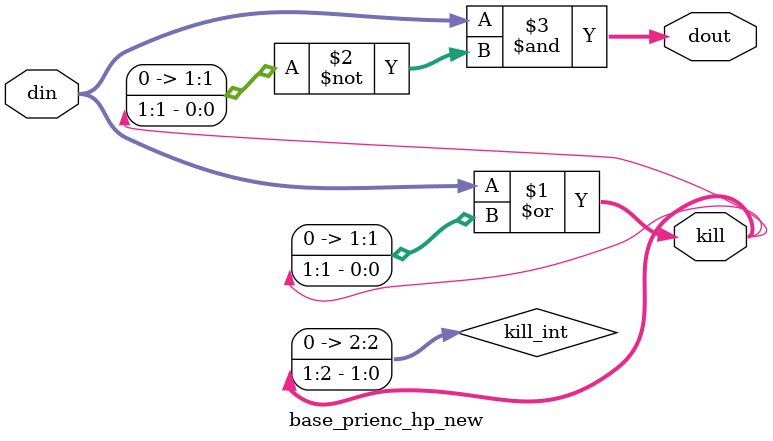
<source format=sv>
/*
 * Copyright 2017 IBM Corporation
 * Licensed to the Apache Software Foundation (ASF) under one
 * or more contributor license agreements.  See the NOTICE file
 * distributed with this work for additional information
 * regarding copyright ownership.  The ASF licenses this file
 * to you under the Apache License, Version 2.0 (the
 * "License"); you may not use this file except in compliance
 * with the License.  You may obtain a copy of the License at
 *
 *     http://www.apache.org/licenses/LICENSE-2.0
 *
 * Unless required by applicable law or agreed to in writing, software
 * distributed under the License is distributed on an "AS IS" BASIS,
 * WITHOUT WARRANTIES OR CONDITIONS OF ANY KIND, either express or implied.
 * See the License for the specific language governing permissions and
 * limitations under the License.
 *
 * Author: Andrew K Martin akmartin@us.ibm.com
 */
 
/* priority encoder. din[0] has highest priority 
 din  = 0110100
 dout = 0100000
 kill = 0111111
 */
module base_prienc_hp_new#
  (parameter ways=2
   )
   (
    input [0:ways-1]  din,
    output [0:ways-1] dout,
    output [1:ways]   kill
    );
   wire [0:ways]      kill_int;
   generate
      if(ways < 2)
	begin
	   assign dout = din;
	   assign kill_int[0] = 1'b0;
	end
      else
	begin
	   assign kill_int[0] = 1'b0;
	   assign kill_int[1:ways] = din[0:ways-1] | kill_int[0:ways-1];
	   assign dout = din & ~kill_int[0:ways-1];
	end // else: !if(ways < 2)
   endgenerate
   assign kill[1:ways] = kill_int[1:ways];
endmodule // gx_prienc


   
   
   

</source>
